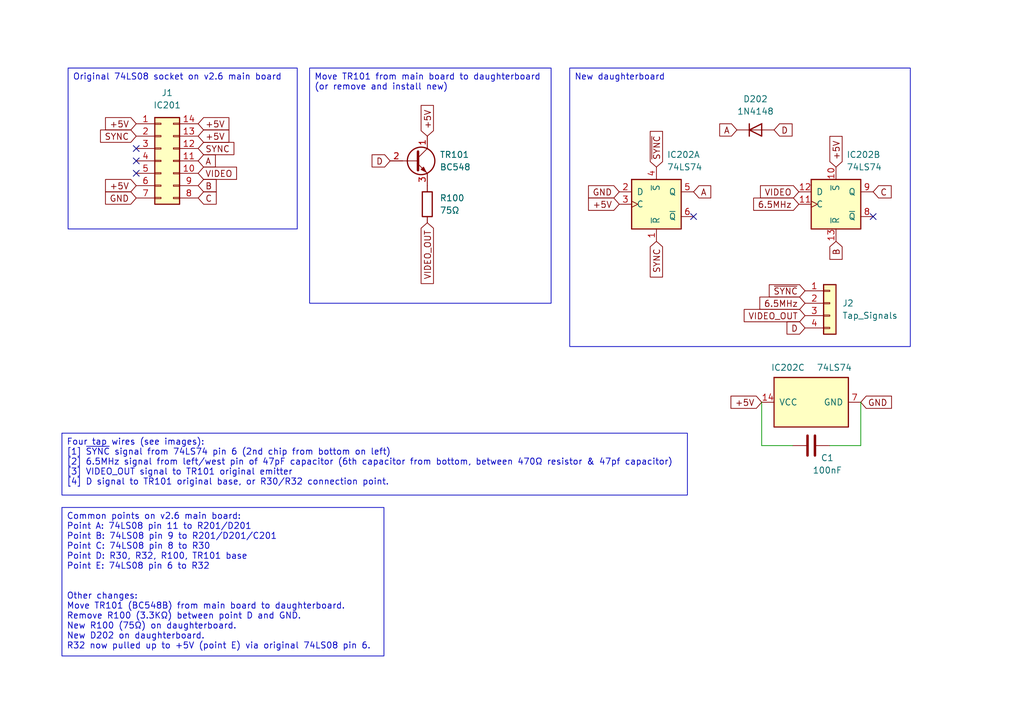
<source format=kicad_sch>
(kicad_sch (version 20250114) (generator "eeschema") (generator_version "9.0")
  (paper "A5")
  (title_block (title "Minstrel 2 v2.6 Pixel Sync Fix") (date "6-May-2025") (rev "Rev A") (company "Brett Hallen") (comment 1 "www.youtube.com/@Brfff") (comment 3 "www.tynemouthsoftware.co.uk") (comment 4 "Original design by Dave Curran @ Tynemouth Software"))
  (lib_symbols
    (symbol "74xx:74LS74" (pin_names (offset 1.016))
      (property "Reference" "U" (at -7.62 8.89 0))
      (property "Value" "74LS74" (at -7.62 -8.89 0))
      (symbol "74LS74_1_0"
        (pin input line (at -7.62 2.54 0) (length 2.54) (name "D") (number "2"))
        (pin input clock (at -7.62 0 0) (length 2.54) (name "C") (number "3"))
        (pin input line (at 0 7.62 270) (length 2.54) (name "~{S}") (number "4"))
        (pin input line (at 0 -7.62 90) (length 2.54) (name "~{R}") (number "1"))
        (pin output line (at 7.62 2.54 180) (length 2.54) (name "Q") (number "5"))
        (pin output line (at 7.62 -2.54 180) (length 2.54) (name "~{Q}") (number "6"))
      )
      (symbol "74LS74_1_1"
        (rectangle (start -5.08 5.08) (end 5.08 -5.08) (stroke (width 0.254)) (fill (type background)))
      )
      (symbol "74LS74_2_0"
        (pin input line (at -7.62 2.54 0) (length 2.54) (name "D") (number "12"))
        (pin input clock (at -7.62 0 0) (length 2.54) (name "C") (number "11"))
        (pin input line (at 0 7.62 270) (length 2.54) (name "~{S}") (number "10"))
        (pin input line (at 0 -7.62 90) (length 2.54) (name "~{R}") (number "13"))
        (pin output line (at 7.62 2.54 180) (length 2.54) (name "Q") (number "9"))
        (pin output line (at 7.62 -2.54 180) (length 2.54) (name "~{Q}") (number "8"))
      )
      (symbol "74LS74_2_1"
        (rectangle (start -5.08 5.08) (end 5.08 -5.08) (stroke (width 0.254)) (fill (type background)))
      )
      (symbol "74LS74_3_0"
        (pin power_in line (at 0 10.16 270) (length 2.54) (name "VCC") (number "14"))
        (pin power_in line (at 0 -10.16 90) (length 2.54) (name "GND") (number "7"))
      )
      (symbol "74LS74_3_1"
        (rectangle (start -5.08 7.62) (end 5.08 -7.62) (stroke (width 0.254)) (fill (type background)))
      )
    )
    (symbol "Connector_Generic:Conn_01x04" (pin_names (offset 1.016) (hide yes))
      (property "Reference" "J" (at 0 5.08 0))
      (property "Value" "Conn_01x04" (at 0 -7.62 0))
      (symbol "Conn_01x04_1_1"
        (rectangle (start -1.27 3.81) (end 1.27 -6.35) (stroke (width 0.254)) (fill (type background)))
        (rectangle (start -1.27 2.667) (end 0 2.413) (stroke (width 0.1524)))
        (rectangle (start -1.27 0.127) (end 0 -0.127) (stroke (width 0.1524)))
        (rectangle (start -1.27 -2.413) (end 0 -2.667) (stroke (width 0.1524)))
        (rectangle (start -1.27 -4.953) (end 0 -5.207) (stroke (width 0.1524)))
        (pin passive line (at -5.08 2.54 0) (length 3.81) (name "Pin_1") (number "1"))
        (pin passive line (at -5.08 0 0) (length 3.81) (name "Pin_2") (number "2"))
        (pin passive line (at -5.08 -2.54 0) (length 3.81) (name "Pin_3") (number "3"))
        (pin passive line (at -5.08 -5.08 0) (length 3.81) (name "Pin_4") (number "4"))
      )
    )
    (symbol "Connector_Generic:Conn_02x07_Counter_Clockwise" (pin_names (offset 1.016) (hide yes))
      (property "Reference" "J" (at 1.27 10.16 0))
      (property "Value" "Conn_02x07_Counter_Clockwise" (at 1.27 -10.16 0))
      (symbol "Conn_02x07_Counter_Clockwise_1_1"
        (rectangle (start -1.27 8.89) (end 3.81 -8.89) (stroke (width 0.254)) (fill (type background)))
        (rectangle (start -1.27 7.747) (end 0 7.493) (stroke (width 0.1524)))
        (rectangle (start -1.27 5.207) (end 0 4.953) (stroke (width 0.1524)))
        (rectangle (start -1.27 2.667) (end 0 2.413) (stroke (width 0.1524)))
        (rectangle (start -1.27 0.127) (end 0 -0.127) (stroke (width 0.1524)))
        (rectangle (start -1.27 -2.413) (end 0 -2.667) (stroke (width 0.1524)))
        (rectangle (start -1.27 -4.953) (end 0 -5.207) (stroke (width 0.1524)))
        (rectangle (start -1.27 -7.493) (end 0 -7.747) (stroke (width 0.1524)))
        (rectangle (start 3.81 7.747) (end 2.54 7.493) (stroke (width 0.1524)))
        (rectangle (start 3.81 5.207) (end 2.54 4.953) (stroke (width 0.1524)))
        (rectangle (start 3.81 2.667) (end 2.54 2.413) (stroke (width 0.1524)))
        (rectangle (start 3.81 0.127) (end 2.54 -0.127) (stroke (width 0.1524)))
        (rectangle (start 3.81 -2.413) (end 2.54 -2.667) (stroke (width 0.1524)))
        (rectangle (start 3.81 -4.953) (end 2.54 -5.207) (stroke (width 0.1524)))
        (rectangle (start 3.81 -7.493) (end 2.54 -7.747) (stroke (width 0.1524)))
        (pin passive line (at -5.08 7.62 0) (length 3.81) (name "Pin_1") (number "1"))
        (pin passive line (at -5.08 5.08 0) (length 3.81) (name "Pin_2") (number "2"))
        (pin passive line (at -5.08 2.54 0) (length 3.81) (name "Pin_3") (number "3"))
        (pin passive line (at -5.08 0 0) (length 3.81) (name "Pin_4") (number "4"))
        (pin passive line (at -5.08 -2.54 0) (length 3.81) (name "Pin_5") (number "5"))
        (pin passive line (at -5.08 -5.08 0) (length 3.81) (name "Pin_6") (number "6"))
        (pin passive line (at -5.08 -7.62 0) (length 3.81) (name "Pin_7") (number "7"))
        (pin passive line (at 7.62 7.62 180) (length 3.81) (name "Pin_14") (number "14"))
        (pin passive line (at 7.62 5.08 180) (length 3.81) (name "Pin_13") (number "13"))
        (pin passive line (at 7.62 2.54 180) (length 3.81) (name "Pin_12") (number "12"))
        (pin passive line (at 7.62 0 180) (length 3.81) (name "Pin_11") (number "11"))
        (pin passive line (at 7.62 -2.54 180) (length 3.81) (name "Pin_10") (number "10"))
        (pin passive line (at 7.62 -5.08 180) (length 3.81) (name "Pin_9") (number "9"))
        (pin passive line (at 7.62 -7.62 180) (length 3.81) (name "Pin_8") (number "8"))
      )
    )
    (symbol "Device:C" (pin_numbers (hide yes)) (pin_names (offset 0.254))
      (property "Reference" "C" (at 0.635 2.54 0))
      (property "Value" "C" (at 0.635 -2.54 0))
      (symbol "C_0_1"
        (polyline (pts (xy -2.032 0.762) (xy 2.032 0.762)) (stroke (width 0.508)))
        (polyline (pts (xy -2.032 -0.762) (xy 2.032 -0.762)) (stroke (width 0.508)))
      )
      (symbol "C_1_1"
        (pin passive line (at 0 3.81 270) (length 2.794) (name "~") (number "1"))
        (pin passive line (at 0 -3.81 90) (length 2.794) (name "~") (number "2"))
      )
    )
    (symbol "Device:D" (pin_numbers (hide yes)) (pin_names (offset 1.016) (hide yes))
      (property "Reference" "D" (at 0 2.54 0))
      (property "Value" "D" (at 0 -2.54 0))
      (symbol "D_0_1"
        (polyline (pts (xy -1.27 1.27) (xy -1.27 -1.27)) (stroke (width 0.254)))
        (polyline (pts (xy 1.27 1.27) (xy 1.27 -1.27) (xy -1.27 0) (xy 1.27 1.27)) (stroke (width 0.254)))
        (polyline (pts (xy 1.27 0) (xy -1.27 0)))
      )
      (symbol "D_1_1"
        (pin passive line (at -3.81 0 0) (length 2.54) (name "K") (number "1"))
        (pin passive line (at 3.81 0 180) (length 2.54) (name "A") (number "2"))
      )
    )
    (symbol "Device:R" (pin_numbers (hide yes)) (pin_names (offset 0))
      (property "Reference" "R" (at 2.032 0 90))
      (property "Value" "R" (at 0 0 90))
      (symbol "R_0_1"
        (rectangle (start -1.016 -2.54) (end 1.016 2.54) (stroke (width 0.254)))
      )
      (symbol "R_1_1"
        (pin passive line (at 0 3.81 270) (length 1.27) (name "~") (number "1"))
        (pin passive line (at 0 -3.81 90) (length 1.27) (name "~") (number "2"))
      )
    )
    (symbol "Transistor_BJT:BC548" (pin_names (offset 0) (hide yes))
      (property "Reference" "Q" (at 5.08 1.905 0))
      (property "Value" "BC548" (at 5.08 0 0))
      (symbol "BC548_0_1"
        (polyline (pts (xy -2.54 0) (xy 0.635 0)))
        (polyline (pts (xy 0.635 1.905) (xy 0.635 -1.905)) (stroke (width 0.508)))
        (circle (center 1.27 0) (radius 2.8194) (stroke (width 0.254)))
      )
      (symbol "BC548_1_1"
        (polyline (pts (xy 0.635 0.635) (xy 2.54 2.54)))
        (polyline (pts (xy 0.635 -0.635) (xy 2.54 -2.54)))
        (polyline (pts (xy 1.27 -1.778) (xy 1.778 -1.27) (xy 2.286 -2.286) (xy 1.27 -1.778)) (fill (type outline)))
        (pin input line (at -5.08 0 0) (length 2.54) (name "B") (number "2"))
        (pin passive line (at 2.54 5.08 270) (length 2.54) (name "C") (number "1"))
        (pin passive line (at 2.54 -5.08 90) (length 2.54) (name "E") (number "3"))
      )
    )
  )
  (text_box "Original 74LS08 socket on v2.6 main board" (at 13.97 13.97 0) (size 46.99 33.02) (margins 0.9525 0.9525 0.9525 0.9525) (effects (font (size 1.27 1.27)) (justify left top)))
  (text_box "Common points on v2.6 main board:\nPoint A: 74LS08 pin 11 to R201/D201\nPoint B: 74LS08 pin 9 to R201/D201/C201\nPoint C: 74LS08 pin 8 to R30\nPoint D: R30, R32, R100, TR101 base\nPoint E: 74LS08 pin 6 to R32\n\n\nOther changes:\nMove TR101 (BC548B) from main board to daughterboard.\nRemove R100 (3.3KΩ) between point D and GND.\nNew R100 (75Ω) on daughterboard.\nNew D202 on daughterboard.\nR32 now pulled up to +5V (point E) via original 74LS08 pin 6.\n" (at 12.7 104.14 0) (size 66.04 30.48) (margins 0.9525 0.9525 0.9525 0.9525) (effects (font (size 1.27 1.27)) (justify left top)))
  (text_box "Move TR101 from main board to daughterboard\n(or remove and install new)" (at 63.5 13.97 0) (size 49.53 48.26) (margins 0.9525 0.9525 0.9525 0.9525) (effects (font (size 1.27 1.27)) (justify left top)))
  (text_box "New daughterboard" (at 116.84 13.97 0) (size 69.85 57.15) (margins 0.9525 0.9525 0.9525 0.9525) (effects (font (size 1.27 1.27)) (justify left top)))
  (text_box "Four tap wires (see images):\n[1] ~{SYNC} signal from 74LS74 pin 6 (2nd chip from bottom on left)\n[2] 6.5MHz signal from left/west pin of 47pF capacitor (6th capacitor from bottom, between 470Ω resistor & 47pf capacitor)\n[3] VIDEO_OUT signal to TR101 original emitter\n[4] D signal to TR101 original base, or R30/R32 connection point." (at 12.7 88.9 0) (size 128.27 12.7) (margins 0.9525 0.9525 0.9525 0.9525) (effects (font (size 1.27 1.27)) (justify left top)))
  (no_connect (at 179.07 44.45))
  (no_connect (at 142.24 44.45))
  (no_connect (at 27.94 30.48))
  (no_connect (at 27.94 33.02))
  (no_connect (at 27.94 35.56))
  (wire (pts (xy 156.21 91.44) (xy 162.56 91.44)))
  (wire (pts (xy 176.53 91.44) (xy 176.53 82.55)))
  (wire (pts (xy 156.21 82.55) (xy 156.21 91.44)))
  (wire (pts (xy 170.18 91.44) (xy 176.53 91.44)))
  (global_label "GND" (shape input) (at 27.94 40.64 180) (property "Intersheetrefs" "${INTERSHEET_REFS}" (effects (hide yes))))
  (global_label "VIDEO_OUT" (shape input) (at 87.63 45.72 270) (property "Intersheetrefs" "${INTERSHEET_REFS}" (effects (hide yes))))
  (global_label "SYNC" (shape input) (at 134.62 49.53 270) (property "Intersheetrefs" "${INTERSHEET_REFS}" (effects (hide yes))))
  (global_label "6.5MHz" (shape input) (at 165.1 62.23 180) (property "Intersheetrefs" "${INTERSHEET_REFS}" (effects (hide yes))))
  (global_label "D" (shape input) (at 158.75 26.67 0) (property "Intersheetrefs" "${INTERSHEET_REFS}" (effects (hide yes))))
  (global_label "+5V" (shape input) (at 27.94 38.1 180) (property "Intersheetrefs" "${INTERSHEET_REFS}" (effects (hide yes))))
  (global_label "A" (shape input) (at 142.24 39.37 0) (property "Intersheetrefs" "${INTERSHEET_REFS}" (effects (hide yes))))
  (global_label "6.5MHz" (shape input) (at 163.83 41.91 180) (property "Intersheetrefs" "${INTERSHEET_REFS}" (effects (hide yes))))
  (global_label "+5V" (shape input) (at 171.45 34.29 90) (property "Intersheetrefs" "${INTERSHEET_REFS}" (effects (hide yes))))
  (global_label "~{SYNC}" (shape input) (at 165.1 59.69 180) (property "Intersheetrefs" "${INTERSHEET_REFS}" (effects (hide yes))))
  (global_label "GND" (shape input) (at 176.53 82.55 0) (property "Intersheetrefs" "${INTERSHEET_REFS}" (effects (hide yes))))
  (global_label "~{SYNC}" (shape input) (at 134.62 34.29 90) (property "Intersheetrefs" "${INTERSHEET_REFS}" (effects (hide yes))))
  (global_label "D" (shape input) (at 165.1 67.31 180) (property "Intersheetrefs" "${INTERSHEET_REFS}" (effects (hide yes))))
  (global_label "+5V" (shape input) (at 40.64 27.94 0) (property "Intersheetrefs" "${INTERSHEET_REFS}" (effects (hide yes))))
  (global_label "B" (shape input) (at 171.45 49.53 270) (property "Intersheetrefs" "${INTERSHEET_REFS}" (effects (hide yes))))
  (global_label "+5V" (shape input) (at 87.63 27.94 90) (property "Intersheetrefs" "${INTERSHEET_REFS}" (effects (hide yes))))
  (global_label "VIDEO" (shape input) (at 40.64 35.56 0) (property "Intersheetrefs" "${INTERSHEET_REFS}" (effects (hide yes))))
  (global_label "+5V" (shape input) (at 40.64 25.4 0) (property "Intersheetrefs" "${INTERSHEET_REFS}" (effects (hide yes))))
  (global_label "+5V" (shape input) (at 156.21 82.55 180) (property "Intersheetrefs" "${INTERSHEET_REFS}" (effects (hide yes))))
  (global_label "+5V" (shape input) (at 27.94 25.4 180) (property "Intersheetrefs" "${INTERSHEET_REFS}" (effects (hide yes))))
  (global_label "VIDEO_OUT" (shape input) (at 165.1 64.77 180) (property "Intersheetrefs" "${INTERSHEET_REFS}" (effects (hide yes))))
  (global_label "B" (shape input) (at 40.64 38.1 0) (property "Intersheetrefs" "${INTERSHEET_REFS}" (effects (hide yes))))
  (global_label "+5V" (shape input) (at 127 41.91 180) (property "Intersheetrefs" "${INTERSHEET_REFS}" (effects (hide yes))))
  (global_label "VIDEO" (shape input) (at 163.83 39.37 180) (property "Intersheetrefs" "${INTERSHEET_REFS}" (effects (hide yes))))
  (global_label "SYNC" (shape input) (at 40.64 30.48 0) (property "Intersheetrefs" "${INTERSHEET_REFS}" (effects (hide yes))))
  (global_label "SYNC" (shape input) (at 27.94 27.94 180) (property "Intersheetrefs" "${INTERSHEET_REFS}" (effects (hide yes))))
  (global_label "C" (shape input) (at 179.07 39.37 0) (property "Intersheetrefs" "${INTERSHEET_REFS}" (effects (hide yes))))
  (global_label "D" (shape input) (at 80.01 33.02 180) (property "Intersheetrefs" "${INTERSHEET_REFS}" (effects (hide yes))))
  (global_label "A" (shape input) (at 151.13 26.67 180) (property "Intersheetrefs" "${INTERSHEET_REFS}" (effects (hide yes))))
  (global_label "C" (shape input) (at 40.64 40.64 0) (property "Intersheetrefs" "${INTERSHEET_REFS}" (effects (hide yes))))
  (global_label "GND" (shape input) (at 127 39.37 180) (property "Intersheetrefs" "${INTERSHEET_REFS}" (effects (hide yes))))
  (global_label "A" (shape input) (at 40.64 33.02 0) (property "Intersheetrefs" "${INTERSHEET_REFS}" (effects (hide yes))))
  (symbol (lib_id "Connector_Generic:Conn_02x07_Counter_Clockwise") (at 33.02 33.02 0) (unit 1)
    (property "Reference" "J1" (at 34.29 19.05 0))
    (property "Value" "IC201" (at 34.29 21.59 0))
    (property "Footprint" "Package_DIP:DIP-14_W7.62mm_Socket" (effects (hide yes)))
    (property "Description" "Generic connector, double row, 02x07, counter clockwise pin numbering scheme (similar to DIP package numbering), script generated (kicad-library-utils/schlib/autogen/connector/)" (effects (hide yes)))
  )
  (symbol (lib_id "Transistor_BJT:BC548") (at 85.09 33.02 0) (unit 1)
    (property "Reference" "TR101" (at 90.17 31.7499 0) (effects (justify left)))
    (property "Value" "BC548" (at 90.17 34.2899 0) (effects (justify left)))
    (property "Footprint" "Package_TO_SOT_THT:TO-92_Inline" (effects (hide yes)))
    (property "Datasheet" "https://www.onsemi.com/pub/Collateral/BC550-D.pdf" (effects (hide yes)))
    (property "Description" "0.1A Ic, 30V Vce, Small Signal NPN Transistor, TO-92" (effects (hide yes)))
  )
  (symbol (lib_id "Connector_Generic:Conn_01x04") (at 170.18 62.23 0) (unit 1)
    (property "Reference" "J2" (at 172.72 62.2299 0) (effects (justify left)))
    (property "Value" "Tap_Signals" (at 172.72 64.7699 0) (effects (justify left)))
    (property "Footprint" "Connector_PinHeader_2.54mm:PinHeader_1x04_P2.54mm_Vertical" (effects (hide yes)))
    (property "Description" "Generic connector, single row, 01x04, script generated (kicad-library-utils/schlib/autogen/connector/)" (effects (hide yes)))
  )
  (symbol (lib_id "Device:D") (at 154.94 26.67 0) (unit 1)
    (property "Reference" "D202" (at 154.94 20.32 0))
    (property "Value" "1N4148" (at 154.94 22.86 0))
    (property "Footprint" "Diode_THT:D_DO-35_SOD27_P7.62mm_Horizontal" (effects (hide yes)))
    (property "Description" "Diode" (effects (hide yes)))
    (property "Sim.Device" "D" (effects (hide yes)))
    (property "Sim.Pins" "1=K 2=A" (effects (hide yes)))
  )
  (symbol (lib_id "74xx:74LS74") (at 134.62 41.91 0) (unit 1)
    (property "Reference" "IC202" (at 136.7633 31.75 0) (effects (justify left)))
    (property "Value" "74LS74" (at 136.7633 34.29 0) (effects (justify left)))
    (property "Footprint" "Package_DIP:DIP-14_W7.62mm" (effects (hide yes)))
    (property "Datasheet" "74xx/74hc_hct74.pdf" (effects (hide yes)))
    (property "Description" "Dual D Flip-flop, Set & Reset" (effects (hide yes)))
  )
  (symbol (lib_id "Device:R") (at 87.63 41.91 0) (unit 1)
    (property "Reference" "R100" (at 90.17 40.6399 0) (effects (justify left)))
    (property "Value" "75Ω" (at 90.17 43.1799 0) (effects (justify left)))
    (property "Footprint" "Resistor_THT:R_Axial_DIN0207_L6.3mm_D2.5mm_P7.62mm_Horizontal" (effects (hide yes)))
    (property "Description" "Resistor" (effects (hide yes)))
  )
  (symbol (lib_id "74xx:74LS74") (at 171.45 41.91 0) (unit 2)
    (property "Reference" "IC202" (at 173.5933 31.75 0) (effects (justify left)))
    (property "Value" "74LS74" (at 173.5933 34.29 0) (effects (justify left)))
    (property "Footprint" "Package_DIP:DIP-14_W7.62mm" (effects (hide yes)))
    (property "Datasheet" "74xx/74hc_hct74.pdf" (effects (hide yes)))
    (property "Description" "Dual D Flip-flop, Set & Reset" (effects (hide yes)))
  )
  (symbol (lib_id "Device:C") (at 166.37 91.44 270) (unit 1)
    (property "Reference" "C1" (at 169.672 93.98 90))
    (property "Value" "100nF" (at 169.672 96.52 90))
    (property "Footprint" "Capacitor_THT:C_Disc_D3.0mm_W2.0mm_P2.50mm" (effects (hide yes)))
    (property "Description" "Unpolarized capacitor" (effects (hide yes)))
  )
  (symbol (lib_id "74xx:74LS74") (at 166.37 82.55 90) (unit 3)
    (property "Reference" "IC202" (at 165.1 75.438 90) (effects (justify left)))
    (property "Value" "74LS74" (at 174.752 75.438 90) (effects (justify left)))
    (property "Footprint" "Package_DIP:DIP-14_W7.62mm" (effects (hide yes)))
    (property "Datasheet" "74xx/74hc_hct74.pdf" (effects (hide yes)))
    (property "Description" "Dual D Flip-flop, Set & Reset" (effects (hide yes)))
  )
)
</source>
